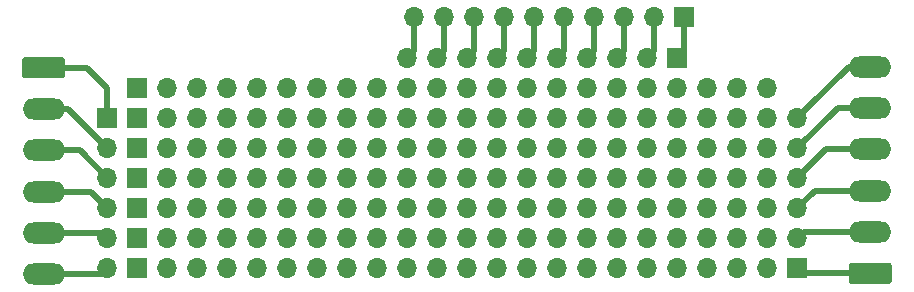
<source format=gbr>
G04 #@! TF.GenerationSoftware,KiCad,Pcbnew,(5.1.4)-1*
G04 #@! TF.CreationDate,2023-01-31T17:13:37+01:00*
G04 #@! TF.ProjectId,REG1-App-Universal,52454731-2d41-4707-902d-556e69766572,V00.10*
G04 #@! TF.SameCoordinates,Original*
G04 #@! TF.FileFunction,Copper,L1,Top*
G04 #@! TF.FilePolarity,Positive*
%FSLAX46Y46*%
G04 Gerber Fmt 4.6, Leading zero omitted, Abs format (unit mm)*
G04 Created by KiCad (PCBNEW (5.1.4)-1) date 2023-01-31 17:13:37*
%MOMM*%
%LPD*%
G04 APERTURE LIST*
%ADD10O,1.700000X1.700000*%
%ADD11R,1.700000X1.700000*%
%ADD12O,3.600000X1.800000*%
%ADD13C,0.100000*%
%ADD14C,1.800000*%
%ADD15C,0.500000*%
G04 APERTURE END LIST*
D10*
X137780000Y-115560000D03*
X135240000Y-115560000D03*
X132700000Y-115560000D03*
X130160000Y-115560000D03*
X127620000Y-115560000D03*
X125080000Y-115560000D03*
X122540000Y-115560000D03*
X120000000Y-115560000D03*
X117460000Y-115560000D03*
X114920000Y-115560000D03*
X112380000Y-115560000D03*
X109840000Y-115560000D03*
X107300000Y-115560000D03*
X104760000Y-115560000D03*
X102220000Y-115560000D03*
X99680000Y-115560000D03*
X97140000Y-115560000D03*
X94600000Y-115560000D03*
X92060000Y-115560000D03*
X89520000Y-115560000D03*
X86980000Y-115560000D03*
D11*
X84440000Y-115560000D03*
D10*
X107300000Y-97780000D03*
X109840000Y-97780000D03*
X112380000Y-97780000D03*
X114920000Y-97780000D03*
X117460000Y-97780000D03*
X120000000Y-97780000D03*
X122540000Y-97780000D03*
X125080000Y-97780000D03*
X127620000Y-97780000D03*
D11*
X130160000Y-97780000D03*
D10*
X107900000Y-94300000D03*
X110440000Y-94300000D03*
X112980000Y-94300000D03*
X115520000Y-94300000D03*
X118060000Y-94300000D03*
X120600000Y-94300000D03*
X123140000Y-94300000D03*
X125680000Y-94300000D03*
X128220000Y-94300000D03*
D11*
X130760000Y-94300000D03*
D10*
X137780000Y-100320000D03*
X135240000Y-100320000D03*
X132700000Y-100320000D03*
X130160000Y-100320000D03*
X127620000Y-100320000D03*
X125080000Y-100320000D03*
X122540000Y-100320000D03*
X120000000Y-100320000D03*
X117460000Y-100320000D03*
X114920000Y-100320000D03*
X112380000Y-100320000D03*
X109840000Y-100320000D03*
X107300000Y-100320000D03*
X104760000Y-100320000D03*
X102220000Y-100320000D03*
X99680000Y-100320000D03*
X97140000Y-100320000D03*
X94600000Y-100320000D03*
X92060000Y-100320000D03*
X89520000Y-100320000D03*
X86980000Y-100320000D03*
D11*
X84440000Y-100320000D03*
D10*
X137780000Y-102860000D03*
X135240000Y-102860000D03*
X132700000Y-102860000D03*
X130160000Y-102860000D03*
X127620000Y-102860000D03*
X125080000Y-102860000D03*
X122540000Y-102860000D03*
X120000000Y-102860000D03*
X117460000Y-102860000D03*
X114920000Y-102860000D03*
X112380000Y-102860000D03*
X109840000Y-102860000D03*
X107300000Y-102860000D03*
X104760000Y-102860000D03*
X102220000Y-102860000D03*
X99680000Y-102860000D03*
X97140000Y-102860000D03*
X94600000Y-102860000D03*
X92060000Y-102860000D03*
X89520000Y-102860000D03*
X86980000Y-102860000D03*
D11*
X84440000Y-102860000D03*
D10*
X137780000Y-105400000D03*
X135240000Y-105400000D03*
X132700000Y-105400000D03*
X130160000Y-105400000D03*
X127620000Y-105400000D03*
X125080000Y-105400000D03*
X122540000Y-105400000D03*
X120000000Y-105400000D03*
X117460000Y-105400000D03*
X114920000Y-105400000D03*
X112380000Y-105400000D03*
X109840000Y-105400000D03*
X107300000Y-105400000D03*
X104760000Y-105400000D03*
X102220000Y-105400000D03*
X99680000Y-105400000D03*
X97140000Y-105400000D03*
X94600000Y-105400000D03*
X92060000Y-105400000D03*
X89520000Y-105400000D03*
X86980000Y-105400000D03*
D11*
X84440000Y-105400000D03*
D10*
X137780000Y-107940000D03*
X135240000Y-107940000D03*
X132700000Y-107940000D03*
X130160000Y-107940000D03*
X127620000Y-107940000D03*
X125080000Y-107940000D03*
X122540000Y-107940000D03*
X120000000Y-107940000D03*
X117460000Y-107940000D03*
X114920000Y-107940000D03*
X112380000Y-107940000D03*
X109840000Y-107940000D03*
X107300000Y-107940000D03*
X104760000Y-107940000D03*
X102220000Y-107940000D03*
X99680000Y-107940000D03*
X97140000Y-107940000D03*
X94600000Y-107940000D03*
X92060000Y-107940000D03*
X89520000Y-107940000D03*
X86980000Y-107940000D03*
D11*
X84440000Y-107940000D03*
D10*
X137780000Y-110480000D03*
X135240000Y-110480000D03*
X132700000Y-110480000D03*
X130160000Y-110480000D03*
X127620000Y-110480000D03*
X125080000Y-110480000D03*
X122540000Y-110480000D03*
X120000000Y-110480000D03*
X117460000Y-110480000D03*
X114920000Y-110480000D03*
X112380000Y-110480000D03*
X109840000Y-110480000D03*
X107300000Y-110480000D03*
X104760000Y-110480000D03*
X102220000Y-110480000D03*
X99680000Y-110480000D03*
X97140000Y-110480000D03*
X94600000Y-110480000D03*
X92060000Y-110480000D03*
X89520000Y-110480000D03*
X86980000Y-110480000D03*
D11*
X84440000Y-110480000D03*
D10*
X137780000Y-113020000D03*
X135240000Y-113020000D03*
X132700000Y-113020000D03*
X130160000Y-113020000D03*
X127620000Y-113020000D03*
X125080000Y-113020000D03*
X122540000Y-113020000D03*
X120000000Y-113020000D03*
X117460000Y-113020000D03*
X114920000Y-113020000D03*
X112380000Y-113020000D03*
X109840000Y-113020000D03*
X107300000Y-113020000D03*
X104760000Y-113020000D03*
X102220000Y-113020000D03*
X99680000Y-113020000D03*
X97140000Y-113020000D03*
X94600000Y-113020000D03*
X92060000Y-113020000D03*
X89520000Y-113020000D03*
X86980000Y-113020000D03*
D11*
X84440000Y-113020000D03*
D10*
X140320000Y-102860000D03*
X140320000Y-105400000D03*
X140320000Y-107940000D03*
X140320000Y-110480000D03*
X140320000Y-113020000D03*
D11*
X140320000Y-115560000D03*
D10*
X81900000Y-115560000D03*
X81900000Y-113020000D03*
X81900000Y-110480000D03*
X81900000Y-107940000D03*
X81900000Y-105400000D03*
D11*
X81900000Y-102860000D03*
D12*
X146500000Y-98500000D03*
X146500000Y-102000000D03*
X146500000Y-105500000D03*
X146500000Y-109000000D03*
X146500000Y-112500000D03*
D13*
G36*
X148074504Y-115101204D02*
G01*
X148098773Y-115104804D01*
X148122571Y-115110765D01*
X148145671Y-115119030D01*
X148167849Y-115129520D01*
X148188893Y-115142133D01*
X148208598Y-115156747D01*
X148226777Y-115173223D01*
X148243253Y-115191402D01*
X148257867Y-115211107D01*
X148270480Y-115232151D01*
X148280970Y-115254329D01*
X148289235Y-115277429D01*
X148295196Y-115301227D01*
X148298796Y-115325496D01*
X148300000Y-115350000D01*
X148300000Y-116650000D01*
X148298796Y-116674504D01*
X148295196Y-116698773D01*
X148289235Y-116722571D01*
X148280970Y-116745671D01*
X148270480Y-116767849D01*
X148257867Y-116788893D01*
X148243253Y-116808598D01*
X148226777Y-116826777D01*
X148208598Y-116843253D01*
X148188893Y-116857867D01*
X148167849Y-116870480D01*
X148145671Y-116880970D01*
X148122571Y-116889235D01*
X148098773Y-116895196D01*
X148074504Y-116898796D01*
X148050000Y-116900000D01*
X144950000Y-116900000D01*
X144925496Y-116898796D01*
X144901227Y-116895196D01*
X144877429Y-116889235D01*
X144854329Y-116880970D01*
X144832151Y-116870480D01*
X144811107Y-116857867D01*
X144791402Y-116843253D01*
X144773223Y-116826777D01*
X144756747Y-116808598D01*
X144742133Y-116788893D01*
X144729520Y-116767849D01*
X144719030Y-116745671D01*
X144710765Y-116722571D01*
X144704804Y-116698773D01*
X144701204Y-116674504D01*
X144700000Y-116650000D01*
X144700000Y-115350000D01*
X144701204Y-115325496D01*
X144704804Y-115301227D01*
X144710765Y-115277429D01*
X144719030Y-115254329D01*
X144729520Y-115232151D01*
X144742133Y-115211107D01*
X144756747Y-115191402D01*
X144773223Y-115173223D01*
X144791402Y-115156747D01*
X144811107Y-115142133D01*
X144832151Y-115129520D01*
X144854329Y-115119030D01*
X144877429Y-115110765D01*
X144901227Y-115104804D01*
X144925496Y-115101204D01*
X144950000Y-115100000D01*
X148050000Y-115100000D01*
X148074504Y-115101204D01*
X148074504Y-115101204D01*
G37*
D14*
X146500000Y-116000000D03*
D12*
X76500000Y-116100000D03*
X76500000Y-112600000D03*
X76500000Y-109100000D03*
X76500000Y-105600000D03*
X76500000Y-102100000D03*
D13*
G36*
X78074504Y-97701204D02*
G01*
X78098773Y-97704804D01*
X78122571Y-97710765D01*
X78145671Y-97719030D01*
X78167849Y-97729520D01*
X78188893Y-97742133D01*
X78208598Y-97756747D01*
X78226777Y-97773223D01*
X78243253Y-97791402D01*
X78257867Y-97811107D01*
X78270480Y-97832151D01*
X78280970Y-97854329D01*
X78289235Y-97877429D01*
X78295196Y-97901227D01*
X78298796Y-97925496D01*
X78300000Y-97950000D01*
X78300000Y-99250000D01*
X78298796Y-99274504D01*
X78295196Y-99298773D01*
X78289235Y-99322571D01*
X78280970Y-99345671D01*
X78270480Y-99367849D01*
X78257867Y-99388893D01*
X78243253Y-99408598D01*
X78226777Y-99426777D01*
X78208598Y-99443253D01*
X78188893Y-99457867D01*
X78167849Y-99470480D01*
X78145671Y-99480970D01*
X78122571Y-99489235D01*
X78098773Y-99495196D01*
X78074504Y-99498796D01*
X78050000Y-99500000D01*
X74950000Y-99500000D01*
X74925496Y-99498796D01*
X74901227Y-99495196D01*
X74877429Y-99489235D01*
X74854329Y-99480970D01*
X74832151Y-99470480D01*
X74811107Y-99457867D01*
X74791402Y-99443253D01*
X74773223Y-99426777D01*
X74756747Y-99408598D01*
X74742133Y-99388893D01*
X74729520Y-99367849D01*
X74719030Y-99345671D01*
X74710765Y-99322571D01*
X74704804Y-99298773D01*
X74701204Y-99274504D01*
X74700000Y-99250000D01*
X74700000Y-97950000D01*
X74701204Y-97925496D01*
X74704804Y-97901227D01*
X74710765Y-97877429D01*
X74719030Y-97854329D01*
X74729520Y-97832151D01*
X74742133Y-97811107D01*
X74756747Y-97791402D01*
X74773223Y-97773223D01*
X74791402Y-97756747D01*
X74811107Y-97742133D01*
X74832151Y-97729520D01*
X74854329Y-97719030D01*
X74877429Y-97710765D01*
X74901227Y-97704804D01*
X74925496Y-97701204D01*
X74950000Y-97700000D01*
X78050000Y-97700000D01*
X78074504Y-97701204D01*
X78074504Y-97701204D01*
G37*
D14*
X76500000Y-98600000D03*
D15*
X123140000Y-97180000D02*
X122540000Y-97780000D01*
X123140000Y-94300000D02*
X123140000Y-97180000D01*
X125680000Y-97180000D02*
X125080000Y-97780000D01*
X125680000Y-94300000D02*
X125680000Y-97180000D01*
X128220000Y-97180000D02*
X127620000Y-97780000D01*
X128220000Y-94300000D02*
X128220000Y-97180000D01*
X130760000Y-97180000D02*
X130160000Y-97780000D01*
X130760000Y-94300000D02*
X130760000Y-97180000D01*
X118060000Y-97180000D02*
X117460000Y-97780000D01*
X118060000Y-94300000D02*
X118060000Y-97180000D01*
X120600000Y-97180000D02*
X120000000Y-97780000D01*
X120600000Y-94300000D02*
X120600000Y-97180000D01*
X81360000Y-116100000D02*
X81900000Y-115560000D01*
X76500000Y-116100000D02*
X81360000Y-116100000D01*
X76500000Y-112600000D02*
X81480000Y-112600000D01*
X80520000Y-109100000D02*
X81900000Y-110480000D01*
X76500000Y-109100000D02*
X80520000Y-109100000D01*
X79560000Y-105600000D02*
X81900000Y-107940000D01*
X76500000Y-105600000D02*
X79560000Y-105600000D01*
X81050001Y-104550001D02*
X81900000Y-105400000D01*
X78600000Y-102100000D02*
X81050001Y-104550001D01*
X76500000Y-102100000D02*
X78600000Y-102100000D01*
X76500000Y-98600000D02*
X80180000Y-98600000D01*
X81900000Y-100320000D02*
X81900000Y-102860000D01*
X80180000Y-98600000D02*
X81900000Y-100320000D01*
X107900000Y-97180000D02*
X107300000Y-97780000D01*
X107900000Y-94300000D02*
X107900000Y-97180000D01*
X110440000Y-97180000D02*
X109840000Y-97780000D01*
X110440000Y-94300000D02*
X110440000Y-97180000D01*
X112980000Y-97180000D02*
X112380000Y-97780000D01*
X112980000Y-94300000D02*
X112980000Y-97180000D01*
X115520000Y-97180000D02*
X114920000Y-97780000D01*
X115520000Y-94300000D02*
X115520000Y-97180000D01*
X144680000Y-98500000D02*
X141169999Y-102010001D01*
X146500000Y-98500000D02*
X144680000Y-98500000D01*
X141169999Y-102010001D02*
X140320000Y-102860000D01*
X143720000Y-102000000D02*
X140320000Y-105400000D01*
X146500000Y-102000000D02*
X143720000Y-102000000D01*
X146500000Y-105500000D02*
X142760000Y-105500000D01*
X142760000Y-105500000D02*
X140320000Y-107940000D01*
X141800000Y-109000000D02*
X140320000Y-110480000D01*
X146500000Y-109000000D02*
X141800000Y-109000000D01*
X140840000Y-112500000D02*
X140320000Y-113020000D01*
X146500000Y-112500000D02*
X140840000Y-112500000D01*
X140760000Y-116000000D02*
X140320000Y-115560000D01*
X146500000Y-116000000D02*
X140760000Y-116000000D01*
M02*

</source>
